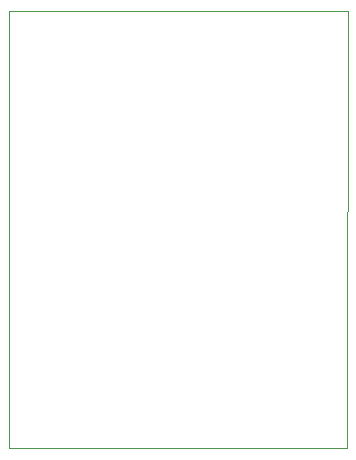
<source format=gbr>
%TF.GenerationSoftware,KiCad,Pcbnew,(6.0.5)*%
%TF.CreationDate,2022-07-17T20:22:06-04:00*%
%TF.ProjectId,torque_motor_design,746f7271-7565-45f6-9d6f-746f725f6465,rev?*%
%TF.SameCoordinates,Original*%
%TF.FileFunction,Profile,NP*%
%FSLAX46Y46*%
G04 Gerber Fmt 4.6, Leading zero omitted, Abs format (unit mm)*
G04 Created by KiCad (PCBNEW (6.0.5)) date 2022-07-17 20:22:06*
%MOMM*%
%LPD*%
G01*
G04 APERTURE LIST*
%TA.AperFunction,Profile*%
%ADD10C,0.100000*%
%TD*%
G04 APERTURE END LIST*
D10*
X200660000Y-72560000D02*
X172020000Y-72570000D01*
X172020000Y-70500000D02*
X172050000Y-35575000D01*
X172020000Y-72570000D02*
X172020000Y-70500000D01*
X172050000Y-35575000D02*
X200680000Y-35560000D01*
X200680000Y-35560000D02*
X200660000Y-69850000D01*
X200660000Y-69850000D02*
X200660000Y-72560000D01*
M02*

</source>
